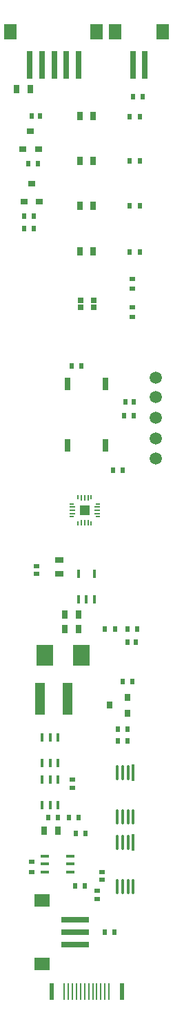
<source format=gtp>
%FSLAX25Y25*%
%MOIN*%
G70*
G01*
G75*
G04 Layer_Color=8421504*
%ADD10R,0.03150X0.02559*%
%ADD11R,0.13386X0.02756*%
%ADD12R,0.07480X0.06299*%
%ADD13R,0.01575X0.03937*%
%ADD14R,0.07874X0.10000*%
%ADD15R,0.02756X0.06102*%
%ADD16R,0.02756X0.13386*%
%ADD17R,0.06299X0.07480*%
%ADD18R,0.03150X0.03937*%
%ADD19R,0.03150X0.03543*%
%ADD20R,0.03150X0.03543*%
%ADD21C,0.05906*%
%ADD22R,0.05118X0.15748*%
%ADD23R,0.02362X0.00787*%
%ADD24R,0.03150X0.00787*%
%ADD25R,0.00787X0.02362*%
%ADD26R,0.00787X0.03150*%
%ADD27R,0.05118X0.05118*%
%ADD28R,0.01063X0.07874*%
%ADD29R,0.02362X0.07874*%
%ADD30R,0.02165X0.02559*%
%ADD31R,0.02362X0.02756*%
%ADD32R,0.03937X0.01575*%
%ADD33R,0.01181X0.07874*%
%ADD34O,0.01181X0.07874*%
%ADD35R,0.02559X0.02165*%
%ADD36R,0.03543X0.03150*%
%ADD37R,0.03543X0.03150*%
%ADD38R,0.03937X0.03150*%
%ADD39R,0.02756X0.02362*%
%ADD40C,0.00787*%
%ADD41C,0.01575*%
%ADD42C,0.01000*%
%ADD43C,0.02362*%
%ADD44C,0.01181*%
%ADD45C,0.01969*%
%ADD46C,0.03150*%
%ADD47C,0.00591*%
%ADD48C,0.00197*%
%ADD49C,0.00600*%
%ADD50C,0.00500*%
%ADD51C,0.00394*%
%ADD52C,0.00709*%
%ADD53C,0.01200*%
D10*
X38560Y-141080D02*
D03*
X44859D02*
D03*
X38560Y-137733D02*
D03*
X44859D02*
D03*
D11*
X35778Y-448559D02*
D03*
Y-442654D02*
D03*
Y-436748D02*
D03*
D12*
X19800Y-427457D02*
D03*
Y-457890D02*
D03*
D13*
X37570Y-282032D02*
D03*
X45050D02*
D03*
X41310D02*
D03*
X45050Y-269828D02*
D03*
X37570D02*
D03*
X20000Y-369038D02*
D03*
X27480D02*
D03*
X23740D02*
D03*
Y-381243D02*
D03*
X27480D02*
D03*
X20000D02*
D03*
X27480Y-361063D02*
D03*
X20000D02*
D03*
X23740D02*
D03*
Y-348858D02*
D03*
X20000D02*
D03*
X27480D02*
D03*
D14*
X21324Y-308960D02*
D03*
X39040D02*
D03*
D15*
X32283Y-207677D02*
D03*
Y-177953D02*
D03*
X50394Y-207677D02*
D03*
Y-177953D02*
D03*
D16*
X37600Y-24027D02*
D03*
X31695D02*
D03*
X25789D02*
D03*
X19884D02*
D03*
X13978D02*
D03*
X63736Y-24098D02*
D03*
X69642D02*
D03*
D17*
X4687Y-8049D02*
D03*
X46183D02*
D03*
X55272Y-8120D02*
D03*
X78067D02*
D03*
D18*
X14356Y-35630D02*
D03*
X7664D02*
D03*
X37606Y-296270D02*
D03*
X30913D02*
D03*
X44436Y-48833D02*
D03*
X38137D02*
D03*
X44426Y-70423D02*
D03*
X38127D02*
D03*
X44436Y-92073D02*
D03*
X38137D02*
D03*
X44436Y-113903D02*
D03*
X38137D02*
D03*
X20744Y-393631D02*
D03*
X27437D02*
D03*
X37567Y-289490D02*
D03*
X30874D02*
D03*
D19*
X61191Y-336936D02*
D03*
X52530Y-333196D02*
D03*
D20*
X61191Y-329455D02*
D03*
D21*
X74810Y-194340D02*
D03*
Y-175140D02*
D03*
Y-214052D02*
D03*
Y-184520D02*
D03*
Y-204319D02*
D03*
D22*
X32254Y-329973D02*
D03*
X18869D02*
D03*
D23*
X46794Y-242203D02*
D03*
Y-235904D02*
D03*
X34195D02*
D03*
Y-242203D02*
D03*
D24*
X46400Y-240628D02*
D03*
Y-239053D02*
D03*
Y-237478D02*
D03*
X34589D02*
D03*
Y-239053D02*
D03*
Y-240628D02*
D03*
D25*
X43644Y-232754D02*
D03*
X37345D02*
D03*
Y-245352D02*
D03*
X43644D02*
D03*
D26*
X42069Y-233148D02*
D03*
X40494D02*
D03*
X38920D02*
D03*
Y-244959D02*
D03*
X40494D02*
D03*
X42069D02*
D03*
D27*
X40494Y-239053D02*
D03*
D28*
X42414Y-471340D02*
D03*
X30603D02*
D03*
X32572D02*
D03*
X34540D02*
D03*
X36509D02*
D03*
X38477D02*
D03*
X40446D02*
D03*
X44383D02*
D03*
X46351D02*
D03*
X48320D02*
D03*
X50288D02*
D03*
X52257D02*
D03*
D29*
X24422D02*
D03*
X58438D02*
D03*
D30*
X15010Y-48560D02*
D03*
X18947D02*
D03*
X61260Y-302680D02*
D03*
X65197D02*
D03*
X64220Y-186580D02*
D03*
X60283D02*
D03*
D31*
X11170Y-97050D02*
D03*
X15894D02*
D03*
X18042Y-71650D02*
D03*
X13318D02*
D03*
X11170Y-103000D02*
D03*
X15894D02*
D03*
X35828Y-420550D02*
D03*
X40552D02*
D03*
X50288Y-442710D02*
D03*
X55012D02*
D03*
X63682Y-321776D02*
D03*
X58958D02*
D03*
X36288Y-395201D02*
D03*
X41012D02*
D03*
X37692Y-387431D02*
D03*
X32968D02*
D03*
X61102Y-344666D02*
D03*
X56378D02*
D03*
X27452Y-387421D02*
D03*
X22728D02*
D03*
X61192Y-350356D02*
D03*
X56468D02*
D03*
X67072Y-114340D02*
D03*
X62348D02*
D03*
X67072Y-92070D02*
D03*
X62348D02*
D03*
X67072Y-70460D02*
D03*
X62348D02*
D03*
X67072Y-48890D02*
D03*
X62348D02*
D03*
X34258Y-169340D02*
D03*
X38982D02*
D03*
X59022Y-219680D02*
D03*
X54298D02*
D03*
X68492Y-39450D02*
D03*
X63768D02*
D03*
X55082Y-296460D02*
D03*
X50358D02*
D03*
X65992D02*
D03*
X61268D02*
D03*
X59595Y-193380D02*
D03*
X64320D02*
D03*
D32*
X33482Y-406120D02*
D03*
Y-413600D02*
D03*
Y-409860D02*
D03*
X21278D02*
D03*
Y-413600D02*
D03*
Y-406120D02*
D03*
D33*
X63939Y-399397D02*
D03*
Y-365857D02*
D03*
D34*
X61380Y-399397D02*
D03*
X58821D02*
D03*
X56261D02*
D03*
X63939Y-420657D02*
D03*
X61380D02*
D03*
X58821D02*
D03*
X56261D02*
D03*
X61380Y-365857D02*
D03*
X58821D02*
D03*
X56261D02*
D03*
X63939Y-387117D02*
D03*
X61380D02*
D03*
X58821D02*
D03*
X56261D02*
D03*
D35*
X48810Y-413580D02*
D03*
Y-417517D02*
D03*
X46570Y-422820D02*
D03*
Y-426757D02*
D03*
X17330Y-269840D02*
D03*
Y-265903D02*
D03*
X34400Y-372981D02*
D03*
Y-369044D02*
D03*
D36*
X11170Y-89911D02*
D03*
X14910Y-81250D02*
D03*
X10570Y-64811D02*
D03*
X14310Y-56150D02*
D03*
D37*
X18650Y-89911D02*
D03*
X18050Y-64811D02*
D03*
D38*
X28150Y-269847D02*
D03*
Y-263154D02*
D03*
D39*
X14900Y-413582D02*
D03*
Y-408858D02*
D03*
X63550Y-132212D02*
D03*
Y-127488D02*
D03*
Y-141068D02*
D03*
Y-145792D02*
D03*
M02*

</source>
